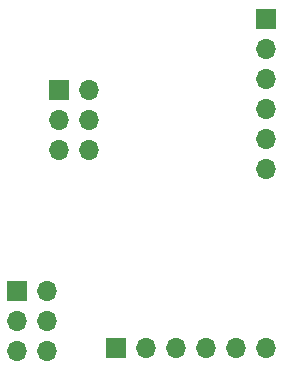
<source format=gbr>
%TF.GenerationSoftware,KiCad,Pcbnew,(5.1.9-16-g1737927814)-1*%
%TF.CreationDate,2021-08-21T22:06:28-05:00*%
%TF.ProjectId,adbuino,61646275-696e-46f2-9e6b-696361645f70,rev?*%
%TF.SameCoordinates,Original*%
%TF.FileFunction,Soldermask,Top*%
%TF.FilePolarity,Negative*%
%FSLAX46Y46*%
G04 Gerber Fmt 4.6, Leading zero omitted, Abs format (unit mm)*
G04 Created by KiCad (PCBNEW (5.1.9-16-g1737927814)-1) date 2021-08-21 22:06:28*
%MOMM*%
%LPD*%
G01*
G04 APERTURE LIST*
%ADD10O,1.700000X1.700000*%
%ADD11R,1.700000X1.700000*%
G04 APERTURE END LIST*
D10*
%TO.C,J3*%
X29464000Y-73152000D03*
X26924000Y-73152000D03*
X29464000Y-70612000D03*
X26924000Y-70612000D03*
X29464000Y-68072000D03*
D11*
X26924000Y-68072000D03*
%TD*%
D10*
%TO.C,J2*%
X48006000Y-72898000D03*
X45466000Y-72898000D03*
X42926000Y-72898000D03*
X40386000Y-72898000D03*
X37846000Y-72898000D03*
D11*
X35306000Y-72898000D03*
%TD*%
D10*
%TO.C,J6*%
X33020000Y-56134000D03*
X30480000Y-56134000D03*
X33020000Y-53594000D03*
X30480000Y-53594000D03*
X33020000Y-51054000D03*
D11*
X30480000Y-51054000D03*
%TD*%
D10*
%TO.C,J1*%
X48000000Y-57700000D03*
X48000000Y-55160000D03*
X48000000Y-52620000D03*
X48000000Y-50080000D03*
X48000000Y-47540000D03*
D11*
X48000000Y-45000000D03*
%TD*%
M02*

</source>
